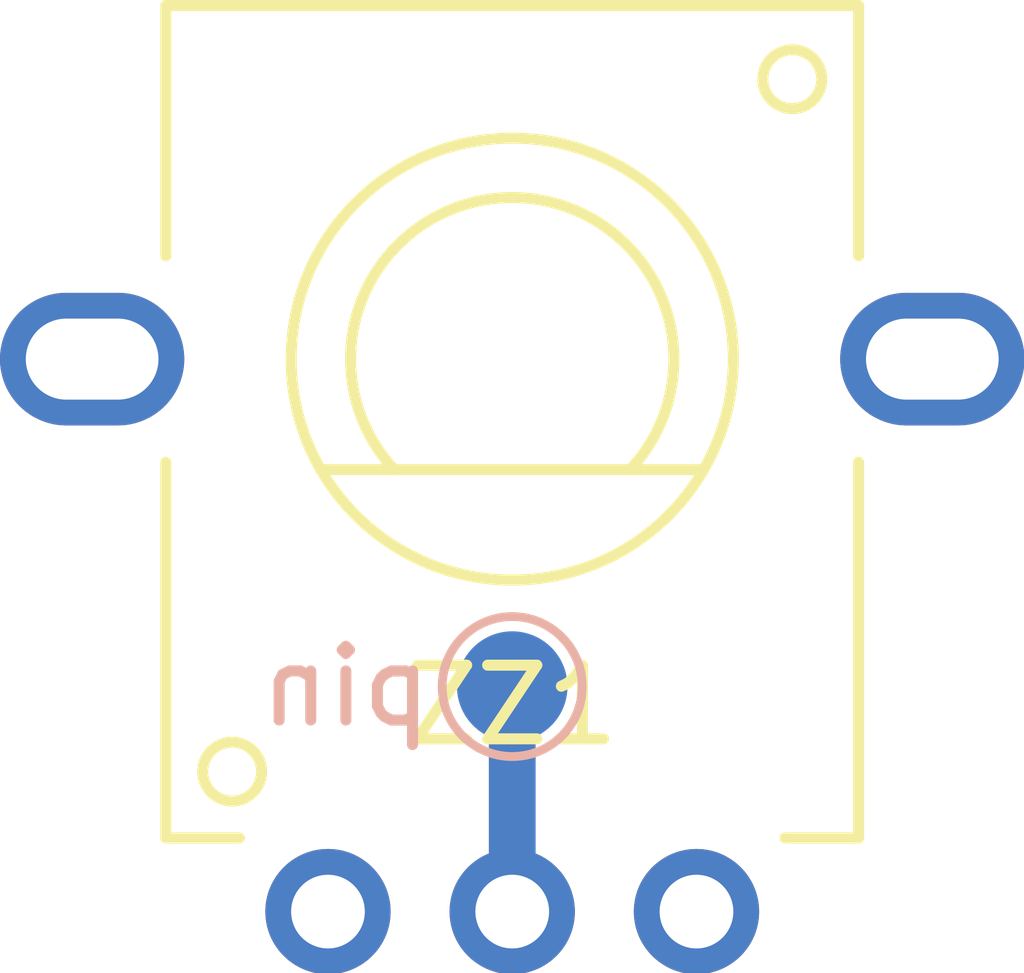
<source format=kicad_pcb>
(kicad_pcb (version 20171130) (host pcbnew "(5.1.9-0-10_14)")

  (general
    (thickness 1.6)
    (drawings 1)
    (tracks 2)
    (zones 0)
    (modules 2)
    (nets 4)
  )

  (page A4)
  (layers
    (0 F.Cu signal)
    (31 B.Cu signal)
    (32 B.Adhes user)
    (33 F.Adhes user)
    (34 B.Paste user)
    (35 F.Paste user)
    (36 B.SilkS user)
    (37 F.SilkS user)
    (38 B.Mask user)
    (39 F.Mask user)
    (40 Dwgs.User user)
    (41 Cmts.User user)
    (42 Eco1.User user)
    (43 Eco2.User user)
    (44 Edge.Cuts user)
    (45 Margin user)
    (46 B.CrtYd user hide)
    (47 F.CrtYd user hide)
    (48 B.Fab user hide)
    (49 F.Fab user hide)
  )

  (setup
    (last_trace_width 0.1524)
    (user_trace_width 0.1524)
    (user_trace_width 0.254)
    (user_trace_width 0.4064)
    (user_trace_width 0.635)
    (trace_clearance 0.1524)
    (zone_clearance 0.508)
    (zone_45_only no)
    (trace_min 0.1524)
    (via_size 0.6858)
    (via_drill 0.3048)
    (via_min_size 0.6858)
    (via_min_drill 0.3048)
    (uvia_size 0.3048)
    (uvia_drill 0.1524)
    (uvias_allowed no)
    (uvia_min_size 0.2)
    (uvia_min_drill 0.1)
    (edge_width 0.15)
    (segment_width 0.2)
    (pcb_text_width 0.3)
    (pcb_text_size 1.5 1.5)
    (mod_edge_width 0.15)
    (mod_text_size 1 1)
    (mod_text_width 0.15)
    (pad_size 1.7 1.7)
    (pad_drill 1)
    (pad_to_mask_clearance 0.2)
    (aux_axis_origin 0 0)
    (visible_elements FFFFFF7F)
    (pcbplotparams
      (layerselection 0x010fc_ffffffff)
      (usegerberextensions false)
      (usegerberattributes false)
      (usegerberadvancedattributes false)
      (creategerberjobfile false)
      (excludeedgelayer true)
      (linewidth 0.100000)
      (plotframeref false)
      (viasonmask false)
      (mode 1)
      (useauxorigin false)
      (hpglpennumber 1)
      (hpglpenspeed 20)
      (hpglpendiameter 15.000000)
      (psnegative false)
      (psa4output false)
      (plotreference true)
      (plotvalue true)
      (plotinvisibletext false)
      (padsonsilk false)
      (subtractmaskfromsilk false)
      (outputformat 1)
      (mirror false)
      (drillshape 1)
      (scaleselection 1)
      (outputdirectory ""))
  )

  (net 0 "")
  (net 1 +3V3)
  (net 2 GND)
  (net 3 "Net-(Pin0-Pad1)")

  (net_class Default "This is the default net class."
    (clearance 0.1524)
    (trace_width 0.1524)
    (via_dia 0.6858)
    (via_drill 0.3048)
    (uvia_dia 0.3048)
    (uvia_drill 0.1524)
    (diff_pair_width 0.1524)
    (diff_pair_gap 0.1524)
    (add_net +3V3)
    (add_net GND)
    (add_net "Net-(Pin0-Pad1)")
  )

  (module Potentiometer_Thonk:AlphaPot9ShaftD locked (layer F.Cu) (tedit 60CF9975) (tstamp 6089D0FA)
    (at 0 0)
    (path /5FCAE65B)
    (fp_text reference ZZ1 (at 0 4.7) (layer F.SilkS)
      (effects (font (size 1 1) (thickness 0.15)))
    )
    (fp_text value 100k (at 0 10.1) (layer F.Fab)
      (effects (font (size 1 1) (thickness 0.15)))
    )
    (fp_line (start -4.7 -4.8) (end 4.7 -4.8) (layer F.SilkS) (width 0.15))
    (fp_line (start 4.7 -4.8) (end 4.7 -1.4) (layer F.SilkS) (width 0.15))
    (fp_line (start -4.7 -4.8) (end -4.7 -1.4) (layer F.SilkS) (width 0.15))
    (fp_line (start -4.7 6.5) (end -3.7 6.5) (layer F.SilkS) (width 0.15))
    (fp_line (start -4.7 1.4) (end -4.7 6.5) (layer F.SilkS) (width 0.15))
    (fp_line (start 4.7 1.4) (end 4.7 6.5) (layer F.SilkS) (width 0.15))
    (fp_line (start 3.7 6.5) (end 4.7 6.5) (layer F.SilkS) (width 0.15))
    (fp_circle (center 0 0) (end 3 0) (layer F.SilkS) (width 0.15))
    (fp_line (start -2.6 1.5) (end 2.6 1.5) (layer F.SilkS) (width 0.15))
    (fp_circle (center 3.8 -3.8) (end 4.2 -3.8) (layer F.SilkS) (width 0.15))
    (fp_circle (center -3.8 5.6) (end -4.2 5.6) (layer F.SilkS) (width 0.15))
    (fp_arc (start 0 0) (end -1.6 1.5) (angle 265) (layer F.SilkS) (width 0.15))
    (pad "" thru_hole oval (at 5.7 0) (size 2.5 1.8) (drill oval 1.8 1.1) (layers *.Cu *.Mask))
    (pad 3 thru_hole oval (at 2.5 7.5) (size 1.7 1.7) (drill 1) (layers *.Cu *.Mask)
      (net 1 +3V3))
    (pad 2 thru_hole oval (at 0 7.5) (size 1.7 1.7) (drill 1) (layers *.Cu *.Mask)
      (net 3 "Net-(Pin0-Pad1)"))
    (pad 1 thru_hole oval (at -2.5 7.5) (size 1.7 1.7) (drill 1) (layers *.Cu *.Mask)
      (net 2 GND))
    (pad "" thru_hole oval (at -5.7 0) (size 2.5 1.8) (drill oval 1.8 1.1) (layers *.Cu *.Mask))
  )

  (module TestPoint:TestPoint_Pad_D1.5mm (layer B.Cu) (tedit 5A0F774F) (tstamp 60B9177F)
    (at 0 4.445)
    (descr "SMD pad as test Point, diameter 1.5mm")
    (tags "test point SMD pad")
    (path /60B9472F)
    (attr virtual)
    (fp_text reference Pin0 (at 0 1.648) (layer B.SilkS) hide
      (effects (font (size 1 1) (thickness 0.15)) (justify mirror))
    )
    (fp_text value TestPoint (at 0 -1.75) (layer B.Fab)
      (effects (font (size 1 1) (thickness 0.15)) (justify mirror))
    )
    (fp_circle (center 0 0) (end 1.25 0) (layer B.CrtYd) (width 0.05))
    (fp_circle (center 0 0) (end 0 -0.95) (layer B.SilkS) (width 0.12))
    (fp_text user %R (at 0 1.65) (layer B.Fab)
      (effects (font (size 1 1) (thickness 0.15)) (justify mirror))
    )
    (pad 1 smd circle (at 0 0) (size 1.5 1.5) (layers B.Cu B.Mask)
      (net 3 "Net-(Pin0-Pad1)"))
  )

  (gr_text pin (at -1.016 4.445) (layer B.SilkS)
    (effects (font (size 1 1) (thickness 0.15)) (justify left mirror))
  )

  (segment (start 0 7.5) (end 0 7.62) (width 0.635) (layer B.Cu) (net 3))
  (segment (start 0 7.62) (end 0 4.445) (width 0.635) (layer B.Cu) (net 3))

)

</source>
